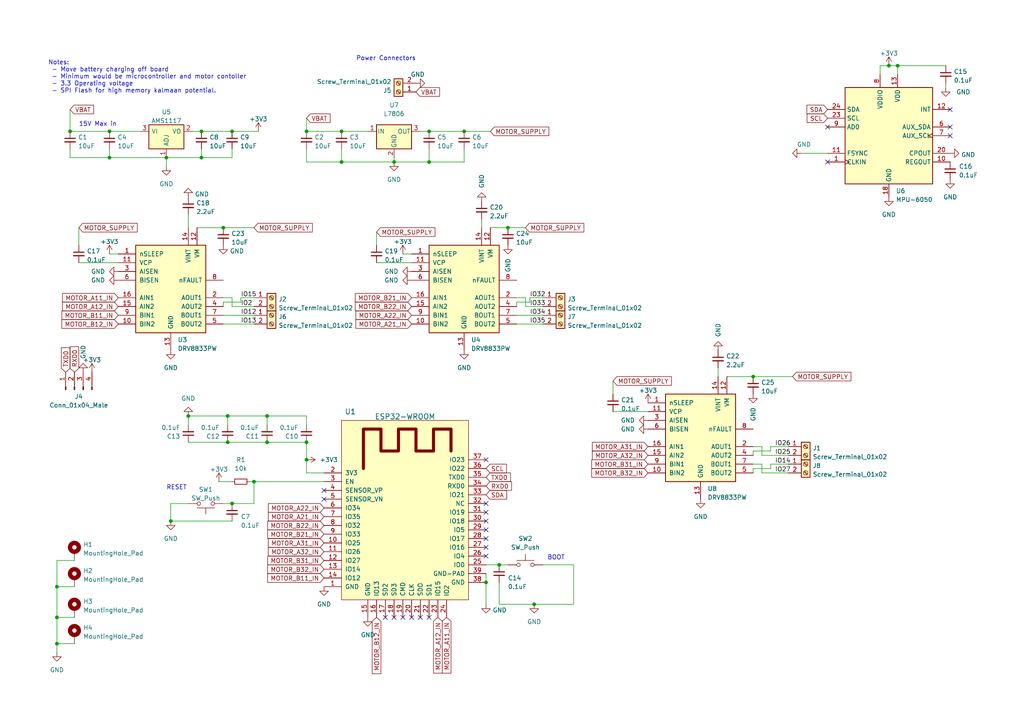
<source format=kicad_sch>
(kicad_sch (version 20211123) (generator eeschema)
  (paper "A4")
  (lib_symbols
    (symbol "Connector:Conn_01x04_Male" (pin_names (offset 1.016) hide)
      (property "Reference" "J" (at 0 5.08 0))
      (property "Value" "Conn_01x04_Male" (at 0 -7.62 0))
      (symbol "Conn_01x04_Male_1_1"
        (polyline (pts (xy 1.27 -5.08) (xy 0.8636 -5.08)) (stroke (width 0.1524)))
        (polyline (pts (xy 1.27 -2.54) (xy 0.8636 -2.54)) (stroke (width 0.1524)))
        (polyline (pts (xy 1.27 0) (xy 0.8636 0)) (stroke (width 0.1524)))
        (polyline (pts (xy 1.27 2.54) (xy 0.8636 2.54)) (stroke (width 0.1524)))
        (rectangle (start 0.8636 -4.953) (end 0 -5.207) (stroke (width 0.1524)) (fill (type outline)))
        (rectangle (start 0.8636 -2.413) (end 0 -2.667) (stroke (width 0.1524)) (fill (type outline)))
        (rectangle (start 0.8636 0.127) (end 0 -0.127) (stroke (width 0.1524)) (fill (type outline)))
        (rectangle (start 0.8636 2.667) (end 0 2.413) (stroke (width 0.1524)) (fill (type outline)))
        (pin passive line (at 5.08 2.54 180) (length 3.81) (name "Pin_1") (number "1"))
        (pin passive line (at 5.08 0 180) (length 3.81) (name "Pin_2") (number "2"))
        (pin passive line (at 5.08 -2.54 180) (length 3.81) (name "Pin_3") (number "3"))
        (pin passive line (at 5.08 -5.08 180) (length 3.81) (name "Pin_4") (number "4"))
      )
    )
    (symbol "Connector:Screw_Terminal_01x02" (pin_names (offset 1.016) hide)
      (property "Reference" "J" (at 0 2.54 0))
      (property "Value" "Screw_Terminal_01x02" (at 0 -5.08 0))
      (symbol "Screw_Terminal_01x02_1_1"
        (rectangle (start -1.27 1.27) (end 1.27 -3.81) (stroke (width 0.254)) (fill (type background)))
        (circle (center 0 -2.54) (radius 0.635) (stroke (width 0.1524)))
        (polyline (pts (xy -0.5334 -2.2098) (xy 0.3302 -3.048)) (stroke (width 0.1524)))
        (polyline (pts (xy -0.5334 0.3302) (xy 0.3302 -0.508)) (stroke (width 0.1524)))
        (polyline (pts (xy -0.3556 -2.032) (xy 0.508 -2.8702)) (stroke (width 0.1524)))
        (polyline (pts (xy -0.3556 0.508) (xy 0.508 -0.3302)) (stroke (width 0.1524)))
        (circle (center 0 0) (radius 0.635) (stroke (width 0.1524)))
        (pin passive line (at -5.08 0 0) (length 3.81) (name "Pin_1") (number "1"))
        (pin passive line (at -5.08 -2.54 0) (length 3.81) (name "Pin_2") (number "2"))
      )
    )
    (symbol "Device:C_Small" (pin_numbers hide) (pin_names (offset 0.254) hide)
      (property "Reference" "C" (at 0.254 1.778 0))
      (property "Value" "C_Small" (at 0.254 -2.032 0))
      (symbol "C_Small_0_1"
        (polyline (pts (xy -1.524 -0.508) (xy 1.524 -0.508)) (stroke (width 0.3302)))
        (polyline (pts (xy -1.524 0.508) (xy 1.524 0.508)) (stroke (width 0.3048)))
      )
      (symbol "C_Small_1_1"
        (pin passive line (at 0 2.54 270) (length 2.032) (name "~") (number "1"))
        (pin passive line (at 0 -2.54 90) (length 2.032) (name "~") (number "2"))
      )
    )
    (symbol "Device:R_Small" (pin_numbers hide) (pin_names (offset 0.254) hide)
      (property "Reference" "R" (at 0.762 0.508 0))
      (property "Value" "R_Small" (at 0.762 -1.016 0))
      (symbol "R_Small_0_1"
        (rectangle (start -0.762 1.778) (end 0.762 -1.778) (stroke (width 0.2032)))
      )
      (symbol "R_Small_1_1"
        (pin passive line (at 0 2.54 270) (length 0.762) (name "~") (number "1"))
        (pin passive line (at 0 -2.54 90) (length 0.762) (name "~") (number "2"))
      )
    )
    (symbol "Driver_Motor:DRV8833PW" (pin_names (offset 1.016))
      (property "Reference" "U" (at -3.81 16.51 0))
      (property "Value" "DRV8833PW" (at -3.81 13.97 0))
      (symbol "DRV8833PW_0_1"
        (rectangle (start -10.16 12.7) (end 10.16 -12.7) (stroke (width 0.254)) (fill (type background)))
      )
      (symbol "DRV8833PW_1_1"
        (pin input line (at -15.24 10.16 0) (length 5.08) (name "nSLEEP") (number "1"))
        (pin input line (at -15.24 -10.16 0) (length 5.08) (name "BIN2") (number "10"))
        (pin bidirectional line (at -15.24 7.62 0) (length 5.08) (name "VCP") (number "11"))
        (pin power_in line (at 7.62 17.78 270) (length 5.08) (name "VM") (number "12"))
        (pin power_in line (at 0 -17.78 90) (length 5.08) (name "GND") (number "13"))
        (pin power_in line (at 5.08 17.78 270) (length 5.08) (name "VINT") (number "14"))
        (pin input line (at -15.24 -5.08 0) (length 5.08) (name "AIN2") (number "15"))
        (pin input line (at -15.24 -2.54 0) (length 5.08) (name "AIN1") (number "16"))
        (pin power_out line (at 15.24 -2.54 180) (length 5.08) (name "AOUT1") (number "2"))
        (pin bidirectional line (at -15.24 5.08 0) (length 5.08) (name "AISEN") (number "3"))
        (pin power_out line (at 15.24 -5.08 180) (length 5.08) (name "AOUT2") (number "4"))
        (pin power_out line (at 15.24 -10.16 180) (length 5.08) (name "BOUT2") (number "5"))
        (pin bidirectional line (at -15.24 2.54 0) (length 5.08) (name "BISEN") (number "6"))
        (pin power_out line (at 15.24 -7.62 180) (length 5.08) (name "BOUT1") (number "7"))
        (pin open_collector line (at 15.24 2.54 180) (length 5.08) (name "nFAULT") (number "8"))
        (pin input line (at -15.24 -7.62 0) (length 5.08) (name "BIN1") (number "9"))
      )
    )
    (symbol "ESP32-footprints-Shem-Lib:ESP32-WROOM" (pin_names (offset 1.016))
      (property "Reference" "U" (at -17.78 31.75 0))
      (property "Value" "ESP32-WROOM" (at 12.7 31.75 0))
      (symbol "ESP32-WROOM_0_1"
        (rectangle (start -19.05 30.48) (end 17.78 -21.59) (fill (type background)))
        (polyline (pts (xy -12.7 16.51) (xy -12.7 27.94) (xy -7.62 27.94) (xy -7.62 21.59) (xy -2.54 21.59) (xy -2.54 27.94) (xy 2.54 27.94) (xy 2.54 21.59) (xy 7.62 21.59) (xy 7.62 27.94) (xy 12.7 27.94) (xy 12.7 21.59)) (stroke (width 0.889)))
      )
      (symbol "ESP32-WROOM_1_1"
        (pin input line (at -24.13 -17.78 0) (length 5.08) (name "GND") (number "1"))
        (pin input line (at -24.13 -5.08 0) (length 5.08) (name "IO25") (number "10"))
        (pin input line (at -24.13 -7.62 0) (length 5.08) (name "IO26") (number "11"))
        (pin input line (at -24.13 -10.16 0) (length 5.08) (name "IO27") (number "12"))
        (pin input line (at -24.13 -12.7 0) (length 5.08) (name "IO14") (number "13"))
        (pin input line (at -24.13 -15.24 0) (length 5.08) (name "IO12") (number "14"))
        (pin input line (at -11.43 -26.67 90) (length 5.08) (name "GND") (number "15"))
        (pin input line (at -8.89 -26.67 90) (length 5.08) (name "IO13") (number "16"))
        (pin input line (at -6.35 -26.67 90) (length 5.08) (name "SD2") (number "17"))
        (pin input line (at -3.81 -26.67 90) (length 5.08) (name "SD3") (number "18"))
        (pin input line (at -1.27 -26.67 90) (length 5.08) (name "CMD") (number "19"))
        (pin input line (at -24.13 15.24 0) (length 5.08) (name "3V3") (number "2"))
        (pin input line (at 1.27 -26.67 90) (length 5.08) (name "CLK") (number "20"))
        (pin input line (at 3.81 -26.67 90) (length 5.08) (name "SDO") (number "21"))
        (pin input line (at 6.35 -26.67 90) (length 5.08) (name "SD1") (number "22"))
        (pin input line (at 8.89 -26.67 90) (length 5.08) (name "IO15") (number "23"))
        (pin input line (at 11.43 -26.67 90) (length 5.08) (name "IO2") (number "24"))
        (pin input line (at 22.86 -11.43 180) (length 5.08) (name "IO0") (number "25"))
        (pin input line (at 22.86 -8.89 180) (length 5.08) (name "IO4") (number "26"))
        (pin input line (at 22.86 -6.35 180) (length 5.08) (name "IO16") (number "27"))
        (pin input line (at 22.86 -3.81 180) (length 5.08) (name "IO17") (number "28"))
        (pin input line (at 22.86 -1.27 180) (length 5.08) (name "IO5") (number "29"))
        (pin input line (at -24.13 12.7 0) (length 5.08) (name "EN") (number "3"))
        (pin input line (at 22.86 1.27 180) (length 5.08) (name "IO18") (number "30"))
        (pin input line (at 22.86 3.81 180) (length 5.08) (name "IO19") (number "31"))
        (pin input line (at 22.86 6.35 180) (length 5.08) (name "NC") (number "32"))
        (pin input line (at 22.86 8.89 180) (length 5.08) (name "IO21") (number "33"))
        (pin input line (at 22.86 11.43 180) (length 5.08) (name "RXD0") (number "34"))
        (pin input line (at 22.86 13.97 180) (length 5.08) (name "TXD0") (number "35"))
        (pin input line (at 22.86 16.51 180) (length 5.08) (name "IO22") (number "36"))
        (pin input line (at 22.86 19.05 180) (length 5.08) (name "IO23") (number "37"))
        (pin input line (at 22.86 -16.51 180) (length 5.08) (name "GND") (number "38"))
        (pin input line (at 22.86 -13.97 180) (length 5.08) (name "GND-PAD") (number "39"))
        (pin input line (at -24.13 10.16 0) (length 5.08) (name "SENSOR_VP") (number "4"))
        (pin input line (at -24.13 7.62 0) (length 5.08) (name "SENSOR_VN") (number "5"))
        (pin input line (at -24.13 5.08 0) (length 5.08) (name "IO34") (number "6"))
        (pin input line (at -24.13 2.54 0) (length 5.08) (name "IO35") (number "7"))
        (pin input line (at -24.13 0 0) (length 5.08) (name "IO32") (number "8"))
        (pin input line (at -24.13 -2.54 0) (length 5.08) (name "IO33") (number "9"))
      )
    )
    (symbol "Mechanical:MountingHole_Pad" (pin_numbers hide) (pin_names (offset 1.016) hide)
      (property "Reference" "H" (at 0 6.35 0))
      (property "Value" "MountingHole_Pad" (at 0 4.445 0))
      (symbol "MountingHole_Pad_0_1"
        (circle (center 0 1.27) (radius 1.27) (stroke (width 1.27)))
      )
      (symbol "MountingHole_Pad_1_1"
        (pin input line (at 0 -2.54 90) (length 2.54) (name "1") (number "1"))
      )
    )
    (symbol "Regulator_Linear:AMS1117" (pin_names (offset 0.762))
      (property "Reference" "U" (at -3.81 3.175 0))
      (property "Value" "AMS1117" (at 0 3.175 0))
      (symbol "AMS1117_0_1"
        (rectangle (start -5.08 -5.08) (end 5.08 1.905) (stroke (width 0.254)) (fill (type background)))
      )
      (symbol "AMS1117_1_1"
        (pin input line (at 0 -7.62 90) (length 2.54) (name "ADJ") (number "1"))
        (pin power_out line (at 7.62 0 180) (length 2.54) (name "VO") (number "2"))
        (pin power_in line (at -7.62 0 0) (length 2.54) (name "VI") (number "3"))
      )
    )
    (symbol "Regulator_Linear:L7806" (pin_names (offset 0.254))
      (property "Reference" "U" (at -3.81 3.175 0))
      (property "Value" "L7806" (at 0 3.175 0))
      (symbol "L7806_0_1"
        (rectangle (start -5.08 1.905) (end 5.08 -5.08) (stroke (width 0.254)) (fill (type background)))
      )
      (symbol "L7806_1_1"
        (pin power_in line (at -7.62 0 0) (length 2.54) (name "IN") (number "1"))
        (pin power_in line (at 0 -7.62 90) (length 2.54) (name "GND") (number "2"))
        (pin power_out line (at 7.62 0 180) (length 2.54) (name "OUT") (number "3"))
      )
    )
    (symbol "Sensor_Motion:MPU-6050"
      (property "Reference" "U" (at -11.43 13.97 0))
      (property "Value" "MPU-6050" (at 7.62 -15.24 0))
      (symbol "MPU-6050_0_0"
        (text "" (at 12.7 -2.54 0) (effects (font (size 1.27 1.27))))
      )
      (symbol "MPU-6050_0_1"
        (rectangle (start -12.7 13.97) (end 12.7 -13.97) (stroke (width 0.254)) (fill (type background)))
      )
      (symbol "MPU-6050_1_1"
        (pin input clock (at -17.78 -7.62 0) (length 5.08) (name "CLKIN") (number "1"))
        (pin passive line (at 17.78 -7.62 180) (length 5.08) (name "REGOUT") (number "10"))
        (pin input line (at -17.78 -5.08 0) (length 5.08) (name "FSYNC") (number "11"))
        (pin output line (at 17.78 7.62 180) (length 5.08) (name "INT") (number "12"))
        (pin power_in line (at 2.54 17.78 270) (length 3.81) (name "VDD") (number "13"))
        (pin no_connect line (at -12.7 -10.16 0) (length 2.54) hide (name "NC") (number "14"))
        (pin no_connect line (at 12.7 12.7 180) (length 2.54) hide (name "NC") (number "15"))
        (pin no_connect line (at 12.7 10.16 180) (length 2.54) hide (name "NC") (number "16"))
        (pin no_connect line (at 12.7 5.08 180) (length 2.54) hide (name "NC") (number "17"))
        (pin power_in line (at 0 -17.78 90) (length 3.81) (name "GND") (number "18"))
        (pin no_connect line (at 12.7 -10.16 180) (length 2.54) hide (name "NC") (number "19"))
        (pin no_connect line (at -12.7 12.7 0) (length 2.54) hide (name "NC") (number "2"))
        (pin passive line (at 17.78 -5.08 180) (length 5.08) (name "CPOUT") (number "20"))
        (pin no_connect line (at 12.7 -2.54 180) (length 2.54) hide (name "NC") (number "21"))
        (pin no_connect line (at 12.7 -12.7 180) (length 2.54) hide (name "NC") (number "22"))
        (pin input line (at -17.78 5.08 0) (length 5.08) (name "SCL") (number "23"))
        (pin bidirectional line (at -17.78 7.62 0) (length 5.08) (name "SDA") (number "24"))
        (pin no_connect line (at -12.7 10.16 0) (length 2.54) hide (name "NC") (number "3"))
        (pin no_connect line (at -12.7 0 0) (length 2.54) hide (name "NC") (number "4"))
        (pin no_connect line (at -12.7 -2.54 0) (length 2.54) hide (name "NC") (number "5"))
        (pin bidirectional line (at 17.78 2.54 180) (length 5.08) (name "AUX_SDA") (number "6"))
        (pin output clock (at 17.78 0 180) (length 5.08) (name "AUX_SCL") (number "7"))
        (pin power_in line (at -2.54 17.78 270) (length 3.81) (name "VDDIO") (number "8"))
        (pin input line (at -17.78 2.54 0) (length 5.08) (name "AD0") (number "9"))
      )
    )
    (symbol "Switch:SW_Push" (pin_numbers hide) (pin_names (offset 1.016) hide)
      (property "Reference" "SW" (at 1.27 2.54 0))
      (property "Value" "SW_Push" (at 0 -1.524 0))
      (symbol "SW_Push_0_1"
        (circle (center -2.032 0) (radius 0.508))
        (polyline (pts (xy 0 1.27) (xy 0 3.048)))
        (polyline (pts (xy 2.54 1.27) (xy -2.54 1.27)))
        (circle (center 2.032 0) (radius 0.508))
        (pin passive line (at -5.08 0 0) (length 2.54) (name "1") (number "1"))
        (pin passive line (at 5.08 0 180) (length 2.54) (name "2") (number "2"))
      )
    )
    (symbol "power:+3V3" (power) (pin_names (offset 0))
      (property "Value" "+3V3" (at 0 3.556 0))
      (symbol "+3V3_0_1"
        (polyline (pts (xy -0.762 1.27) (xy 0 2.54)))
        (polyline (pts (xy 0 0) (xy 0 2.54)))
        (polyline (pts (xy 0 2.54) (xy 0.762 1.27)))
      )
      (symbol "+3V3_1_1"
        (pin power_in line (at 0 0 90) (length 0) hide (name "+3V3") (number "1"))
      )
    )
    (symbol "power:GND" (power) (pin_names (offset 0))
      (property "Value" "GND" (at 0 -3.81 0))
      (symbol "GND_0_1"
        (polyline (pts (xy 0 0) (xy 0 -1.27) (xy 1.27 -1.27) (xy 0 -2.54) (xy -1.27 -1.27) (xy 0 -1.27)))
      )
      (symbol "GND_1_1"
        (pin power_in line (at 0 0 270) (length 0) hide (name "GND") (number "1"))
      )
    )
  )
  (junction (at 67.31 146.05))
  (junction (at 88.9 128.27))
  (junction (at 99.06 38.1))
  (junction (at 140.97 168.91))
  (junction (at 114.3 46.99))
  (junction (at 66.04 120.65))
  (junction (at 77.47 120.65))
  (junction (at 88.9 133.35))
  (junction (at 64.77 66.04))
  (junction (at 31.75 45.72))
  (junction (at 260.35 19.05))
  (junction (at 154.94 175.26))
  (junction (at 16.51 170.18))
  (junction (at 31.75 38.1))
  (junction (at 124.46 46.99))
  (junction (at 16.51 186.69))
  (junction (at 257.81 19.05))
  (junction (at 73.66 139.7))
  (junction (at 147.32 66.04))
  (junction (at 77.47 128.27))
  (junction (at 218.44 109.22))
  (junction (at 48.26 45.72))
  (junction (at 16.51 179.07))
  (junction (at 124.46 38.1))
  (junction (at 99.06 46.99))
  (junction (at 144.78 163.83))
  (junction (at 20.32 38.1))
  (junction (at 49.53 151.13))
  (junction (at 66.04 128.27))
  (junction (at 58.42 38.1))
  (junction (at 67.31 38.1))
  (junction (at 54.61 120.65))
  (junction (at 58.42 45.72))
  (junction (at 88.9 38.1))
  (junction (at 134.62 38.1))
  (no_connect (at 119.38 179.07))
  (no_connect (at 124.46 179.07))
  (no_connect (at 121.92 179.07))
  (no_connect (at 140.97 153.67))
  (no_connect (at 140.97 156.21))
  (no_connect (at 140.97 158.75))
  (no_connect (at 140.97 161.29))
  (no_connect (at 140.97 148.59))
  (no_connect (at 140.97 146.05))
  (no_connect (at 140.97 151.13))
  (no_connect (at 275.59 31.75))
  (no_connect (at 275.59 36.83))
  (no_connect (at 240.03 36.83))
  (no_connect (at 240.03 46.99))
  (no_connect (at 275.59 39.37))
  (no_connect (at 140.97 133.35))
  (no_connect (at 93.98 144.78))
  (no_connect (at 93.98 142.24))
  (no_connect (at 111.76 179.07))
  (no_connect (at 116.84 179.07))
  (no_connect (at 114.3 179.07))
  (wire (pts (xy 88.9 128.27) (xy 77.47 128.27)))
  (wire (pts (xy 124.46 38.1) (xy 134.62 38.1)))
  (wire (pts (xy 67.31 45.72) (xy 67.31 43.18)))
  (wire (pts (xy 134.62 43.18) (xy 134.62 46.99)))
  (wire (pts (xy 114.3 45.72) (xy 114.3 46.99)))
  (wire (pts (xy 166.37 175.26) (xy 154.94 175.26)))
  (wire (pts (xy 144.78 168.91) (xy 144.78 175.26)))
  (wire (pts (xy 69.85 86.36) (xy 73.66 86.36)))
  (wire (pts (xy 220.98 132.08) (xy 228.6 132.08)))
  (wire (pts (xy 157.48 93.98) (xy 149.86 93.98)))
  (wire (pts (xy 99.06 38.1) (xy 106.68 38.1)))
  (wire (pts (xy 58.42 45.72) (xy 67.31 45.72)))
  (wire (pts (xy 58.42 38.1) (xy 67.31 38.1)))
  (wire (pts (xy 134.62 46.99) (xy 124.46 46.99)))
  (wire (pts (xy 48.26 45.72) (xy 48.26 48.26)))
  (wire (pts (xy 149.86 86.36) (xy 152.4 86.36)))
  (wire (pts (xy 218.44 109.22) (xy 210.82 109.22)))
  (wire (pts (xy 255.27 19.05) (xy 255.27 21.59)))
  (wire (pts (xy 58.42 43.18) (xy 58.42 45.72)))
  (wire (pts (xy 67.31 146.05) (xy 73.66 146.05)))
  (wire (pts (xy 229.87 109.22) (xy 218.44 109.22)))
  (wire (pts (xy 257.81 19.05) (xy 255.27 19.05)))
  (wire (pts (xy 228.6 134.62) (xy 223.52 134.62)))
  (wire (pts (xy 153.67 86.36) (xy 153.67 87.63)))
  (wire (pts (xy 21.59 186.69) (xy 16.51 186.69)))
  (wire (pts (xy 157.48 163.83) (xy 166.37 163.83)))
  (wire (pts (xy 114.3 46.99) (xy 124.46 46.99)))
  (wire (pts (xy 67.31 38.1) (xy 74.93 38.1)))
  (wire (pts (xy 49.53 146.05) (xy 54.61 146.05)))
  (wire (pts (xy 77.47 128.27) (xy 66.04 128.27)))
  (wire (pts (xy 73.66 146.05) (xy 73.66 139.7)))
  (wire (pts (xy 31.75 45.72) (xy 48.26 45.72)))
  (wire (pts (xy 77.47 123.19) (xy 77.47 120.65)))
  (wire (pts (xy 220.98 137.16) (xy 228.6 137.16)))
  (wire (pts (xy 177.8 110.49) (xy 177.8 114.3)))
  (wire (pts (xy 55.88 38.1) (xy 58.42 38.1)))
  (wire (pts (xy 20.32 38.1) (xy 31.75 38.1)))
  (wire (pts (xy 149.86 87.63) (xy 153.67 87.63)))
  (wire (pts (xy 116.84 73.66) (xy 119.38 73.66)))
  (wire (pts (xy 218.44 130.81) (xy 223.52 130.81)))
  (wire (pts (xy 21.59 170.18) (xy 16.51 170.18)))
  (wire (pts (xy 21.59 179.07) (xy 16.51 179.07)))
  (wire (pts (xy 223.52 134.62) (xy 223.52 135.89)))
  (wire (pts (xy 218.44 129.54) (xy 220.98 129.54)))
  (wire (pts (xy 31.75 43.18) (xy 31.75 45.72)))
  (wire (pts (xy 77.47 120.65) (xy 66.04 120.65)))
  (wire (pts (xy 157.48 91.44) (xy 149.86 91.44)))
  (wire (pts (xy 274.32 24.13) (xy 274.32 25.4)))
  (wire (pts (xy 208.28 106.68) (xy 208.28 109.22)))
  (wire (pts (xy 16.51 179.07) (xy 16.51 186.69)))
  (wire (pts (xy 22.86 76.2) (xy 34.29 76.2)))
  (wire (pts (xy 64.77 87.63) (xy 69.85 87.63)))
  (wire (pts (xy 109.22 67.31) (xy 109.22 71.12)))
  (wire (pts (xy 99.06 46.99) (xy 99.06 43.18)))
  (wire (pts (xy 64.77 88.9) (xy 64.77 87.63)))
  (wire (pts (xy 144.78 163.83) (xy 140.97 163.83)))
  (wire (pts (xy 66.04 120.65) (xy 54.61 120.65)))
  (wire (pts (xy 88.9 137.16) (xy 93.98 137.16)))
  (wire (pts (xy 64.77 86.36) (xy 67.31 86.36)))
  (wire (pts (xy 218.44 132.08) (xy 218.44 130.81)))
  (wire (pts (xy 218.44 137.16) (xy 218.44 135.89)))
  (wire (pts (xy 16.51 162.56) (xy 16.51 170.18)))
  (wire (pts (xy 109.22 76.2) (xy 119.38 76.2)))
  (wire (pts (xy 223.52 129.54) (xy 223.52 130.81)))
  (wire (pts (xy 73.66 66.04) (xy 64.77 66.04)))
  (wire (pts (xy 157.48 86.36) (xy 153.67 86.36)))
  (wire (pts (xy 260.35 19.05) (xy 260.35 21.59)))
  (wire (pts (xy 147.32 66.04) (xy 142.24 66.04)))
  (wire (pts (xy 88.9 46.99) (xy 99.06 46.99)))
  (wire (pts (xy 31.75 73.66) (xy 34.29 73.66)))
  (wire (pts (xy 88.9 120.65) (xy 77.47 120.65)))
  (wire (pts (xy 88.9 133.35) (xy 88.9 137.16)))
  (wire (pts (xy 20.32 45.72) (xy 31.75 45.72)))
  (wire (pts (xy 64.77 93.98) (xy 73.66 93.98)))
  (wire (pts (xy 134.62 38.1) (xy 142.24 38.1)))
  (wire (pts (xy 16.51 186.69) (xy 16.51 189.23)))
  (wire (pts (xy 54.61 123.19) (xy 54.61 120.65)))
  (wire (pts (xy 140.97 175.26) (xy 140.97 168.91)))
  (wire (pts (xy 152.4 66.04) (xy 147.32 66.04)))
  (wire (pts (xy 257.81 19.05) (xy 260.35 19.05)))
  (wire (pts (xy 218.44 134.62) (xy 220.98 134.62)))
  (wire (pts (xy 88.9 38.1) (xy 99.06 38.1)))
  (wire (pts (xy 139.7 63.5) (xy 139.7 66.04)))
  (wire (pts (xy 88.9 34.29) (xy 88.9 38.1)))
  (wire (pts (xy 144.78 175.26) (xy 154.94 175.26)))
  (wire (pts (xy 31.75 38.1) (xy 40.64 38.1)))
  (wire (pts (xy 49.53 151.13) (xy 67.31 151.13)))
  (wire (pts (xy 88.9 46.99) (xy 88.9 43.18)))
  (wire (pts (xy 218.44 135.89) (xy 223.52 135.89)))
  (wire (pts (xy 67.31 88.9) (xy 73.66 88.9)))
  (wire (pts (xy 21.59 162.56) (xy 16.51 162.56)))
  (wire (pts (xy 63.5 139.7) (xy 67.31 139.7)))
  (wire (pts (xy 152.4 86.36) (xy 152.4 88.9)))
  (wire (pts (xy 260.35 19.05) (xy 274.32 19.05)))
  (wire (pts (xy 64.77 66.04) (xy 57.15 66.04)))
  (wire (pts (xy 20.32 43.18) (xy 20.32 45.72)))
  (wire (pts (xy 72.39 139.7) (xy 73.66 139.7)))
  (wire (pts (xy 64.77 91.44) (xy 73.66 91.44)))
  (wire (pts (xy 20.32 31.75) (xy 20.32 38.1)))
  (wire (pts (xy 147.32 163.83) (xy 144.78 163.83)))
  (wire (pts (xy 99.06 46.99) (xy 114.3 46.99)))
  (wire (pts (xy 124.46 46.99) (xy 124.46 43.18)))
  (wire (pts (xy 48.26 45.72) (xy 58.42 45.72)))
  (wire (pts (xy 140.97 166.37) (xy 140.97 168.91)))
  (wire (pts (xy 220.98 129.54) (xy 220.98 132.08)))
  (wire (pts (xy 177.8 119.38) (xy 187.96 119.38)))
  (wire (pts (xy 22.86 66.04) (xy 22.86 71.12)))
  (wire (pts (xy 66.04 128.27) (xy 54.61 128.27)))
  (wire (pts (xy 149.86 88.9) (xy 149.86 87.63)))
  (wire (pts (xy 152.4 88.9) (xy 157.48 88.9)))
  (wire (pts (xy 220.98 134.62) (xy 220.98 137.16)))
  (wire (pts (xy 166.37 163.83) (xy 166.37 175.26)))
  (wire (pts (xy 54.61 62.23) (xy 54.61 66.04)))
  (wire (pts (xy 49.53 146.05) (xy 49.53 151.13)))
  (wire (pts (xy 88.9 128.27) (xy 88.9 133.35)))
  (wire (pts (xy 232.41 44.45) (xy 240.03 44.45)))
  (wire (pts (xy 16.51 170.18) (xy 16.51 179.07)))
  (wire (pts (xy 121.92 38.1) (xy 124.46 38.1)))
  (wire (pts (xy 228.6 129.54) (xy 223.52 129.54)))
  (wire (pts (xy 73.66 139.7) (xy 93.98 139.7)))
  (wire (pts (xy 67.31 86.36) (xy 67.31 88.9)))
  (wire (pts (xy 66.04 123.19) (xy 66.04 120.65)))
  (wire (pts (xy 69.85 87.63) (xy 69.85 86.36)))
  (wire (pts (xy 64.77 146.05) (xy 67.31 146.05)))
  (wire (pts (xy 88.9 123.19) (xy 88.9 120.65)))
  (text "Notes: \n - Move battery charging off board\n - Minimum would be microcontroller and motor contoller\n - 3.3 Operating voltage\n - SPI Flash for high memory kalmaan potential. \n\n" (at 13.97 29.21 0) (effects (font (size 1.27 1.27)) (justify left bottom)))
  (text "RESET\n" (at 48.26 142.24 0) (effects (font (size 1.27 1.27)) (justify left bottom)))
  (text "15V Max in\n" (at 22.86 36.83 0) (effects (font (size 1.27 1.27)) (justify left bottom)))
  (text "Power Connectors\n" (at 120.65 17.78 180) (effects (font (size 1.27 1.27)) (justify right bottom)))
  (text "BOOT" (at 158.75 162.56 0) (effects (font (size 1.27 1.27)) (justify left bottom)))
  (label "IO27" (at 224.79 137.16 0))
  (label "IO15" (at 69.85 86.36 0))
  (label "IO13" (at 69.85 93.98 0))
  (label "IO14" (at 224.79 134.62 0))
  (label "IO12" (at 69.85 91.44 0))
  (label "IO33" (at 153.67 88.9 0))
  (label "IO32" (at 153.67 86.36 0))
  (label "IO26" (at 224.79 129.54 0))
  (label "IO25" (at 224.79 132.08 0))
  (label "IO35" (at 153.67 93.98 0))
  (label "IO2" (at 69.85 88.9 0))
  (label "IO34" (at 153.67 91.44 0))
  (global_label "MOTOR_B11_IN" (shape input) (at 93.98 167.64 180) (property "Intersheet References" "${INTERSHEET_REFS}" (effects hide)))
  (global_label "SDA" (shape input) (at 140.97 143.51 0) (property "Intersheet References" "${INTERSHEET_REFS}" (effects hide)))
  (global_label "MOTOR_SUPPLY" (shape input) (at 109.22 67.31 0) (property "Intersheet References" "${INTERSHEET_REFS}" (effects hide)))
  (global_label "MOTOR_A11_IN" (shape input) (at 34.29 86.36 180) (property "Intersheet References" "${INTERSHEET_REFS}" (effects hide)))
  (global_label "MOTOR_A12_IN" (shape input) (at 127 179.07 270) (property "Intersheet References" "${INTERSHEET_REFS}" (effects hide)))
  (global_label "MOTOR_A11_IN" (shape input) (at 129.54 179.07 270) (property "Intersheet References" "${INTERSHEET_REFS}" (effects hide)))
  (global_label "MOTOR_SUPPLY" (shape input) (at 152.4 66.04 0) (property "Intersheet References" "${INTERSHEET_REFS}" (effects hide)))
  (global_label "MOTOR_B32_IN" (shape input) (at 93.98 165.1 180) (property "Intersheet References" "${INTERSHEET_REFS}" (effects hide)))
  (global_label "MOTOR_A32_IN" (shape input) (at 93.98 160.02 180) (property "Intersheet References" "${INTERSHEET_REFS}" (effects hide)))
  (global_label "SCL" (shape input) (at 140.97 135.89 0) (property "Intersheet References" "${INTERSHEET_REFS}" (effects hide)))
  (global_label "MOTOR_A31_IN" (shape input) (at 93.98 157.48 180) (property "Intersheet References" "${INTERSHEET_REFS}" (effects hide)))
  (global_label "MOTOR_A31_IN" (shape input) (at 187.96 129.54 180) (property "Intersheet References" "${INTERSHEET_REFS}" (effects hide)))
  (global_label "MOTOR_B32_IN" (shape input) (at 187.96 137.16 180) (property "Intersheet References" "${INTERSHEET_REFS}" (effects hide)))
  (global_label "MOTOR_SUPPLY" (shape input) (at 177.8 110.49 0) (property "Intersheet References" "${INTERSHEET_REFS}" (effects hide)))
  (global_label "SCL" (shape input) (at 240.03 34.29 180) (property "Intersheet References" "${INTERSHEET_REFS}" (effects hide)))
  (global_label "MOTOR_SUPPLY" (shape input) (at 229.87 109.22 0) (property "Intersheet References" "${INTERSHEET_REFS}" (effects hide)))
  (global_label "MOTOR_B22_IN" (shape input) (at 119.38 88.9 180) (property "Intersheet References" "${INTERSHEET_REFS}" (effects hide)))
  (global_label "TXD0" (shape input) (at 140.97 138.43 0) (property "Intersheet References" "${INTERSHEET_REFS}" (effects hide)))
  (global_label "MOTOR_SUPPLY" (shape input) (at 142.24 38.1 0) (property "Intersheet References" "${INTERSHEET_REFS}" (effects hide)))
  (global_label "MOTOR_A22_IN" (shape input) (at 119.38 91.44 180) (property "Intersheet References" "${INTERSHEET_REFS}" (effects hide)))
  (global_label "MOTOR_B12_IN" (shape input) (at 34.29 93.98 180) (property "Intersheet References" "${INTERSHEET_REFS}" (effects hide)))
  (global_label "MOTOR_B21_IN" (shape input) (at 119.38 86.36 180) (property "Intersheet References" "${INTERSHEET_REFS}" (effects hide)))
  (global_label "MOTOR_A21_IN" (shape input) (at 119.38 93.98 180) (property "Intersheet References" "${INTERSHEET_REFS}" (effects hide)))
  (global_label "VBAT" (shape input) (at 120.65 26.67 0) (property "Intersheet References" "${INTERSHEET_REFS}" (effects hide)))
  (global_label "MOTOR_A21_IN" (shape input) (at 93.98 149.86 180) (property "Intersheet References" "${INTERSHEET_REFS}" (effects hide)))
  (global_label "MOTOR_B12_IN" (shape input) (at 109.22 179.07 270) (property "Intersheet References" "${INTERSHEET_REFS}" (effects hide)))
  (global_label "MOTOR_B31_IN" (shape input) (at 93.98 162.56 180) (property "Intersheet References" "${INTERSHEET_REFS}" (effects hide)))
  (global_label "MOTOR_A12_IN" (shape input) (at 34.29 88.9 180) (property "Intersheet References" "${INTERSHEET_REFS}" (effects hide)))
  (global_label "RXD0" (shape input) (at 140.97 140.97 0) (property "Intersheet References" "${INTERSHEET_REFS}" (effects hide)))
  (global_label "SDA" (shape input) (at 240.03 31.75 180) (property "Intersheet References" "${INTERSHEET_REFS}" (effects hide)))
  (global_label "MOTOR_B11_IN" (shape input) (at 34.29 91.44 180) (property "Intersheet References" "${INTERSHEET_REFS}" (effects hide)))
  (global_label "MOTOR_B21_IN" (shape input) (at 93.98 154.94 180) (property "Intersheet References" "${INTERSHEET_REFS}" (effects hide)))
  (global_label "MOTOR_B31_IN" (shape input) (at 187.96 134.62 180) (property "Intersheet References" "${INTERSHEET_REFS}" (effects hide)))
  (global_label "MOTOR_SUPPLY" (shape input) (at 73.66 66.04 0) (property "Intersheet References" "${INTERSHEET_REFS}" (effects hide)))
  (global_label "MOTOR_B22_IN" (shape input) (at 93.98 152.4 180) (property "Intersheet References" "${INTERSHEET_REFS}" (effects hide)))
  (global_label "MOTOR_SUPPLY" (shape input) (at 22.86 66.04 0) (property "Intersheet References" "${INTERSHEET_REFS}" (effects hide)))
  (global_label "MOTOR_A32_IN" (shape input) (at 187.96 132.08 180) (property "Intersheet References" "${INTERSHEET_REFS}" (effects hide)))
  (global_label "RXD0" (shape input) (at 21.59 107.95 90) (property "Intersheet References" "${INTERSHEET_REFS}" (effects hide)))
  (global_label "VBAT" (shape input) (at 20.32 31.75 0) (property "Intersheet References" "${INTERSHEET_REFS}" (effects hide)))
  (global_label "MOTOR_A22_IN" (shape input) (at 93.98 147.32 180) (property "Intersheet References" "${INTERSHEET_REFS}" (effects hide)))
  (global_label "TXD0" (shape input) (at 19.05 107.95 90) (property "Intersheet References" "${INTERSHEET_REFS}" (effects hide)))
  (global_label "VBAT" (shape input) (at 88.9 34.29 0) (property "Intersheet References" "${INTERSHEET_REFS}" (effects hide)))
  (symbol (lib_id "Device:C_Small") (at 64.77 68.58 0) (unit 1)
    (property "Reference" "C23" (at 67.0941 67.7516 0) (effects (justify left)))
    (property "Value" "10uF" (at 67.0941 70.2885 0) (effects (justify left)))
    (property "Footprint" "Capacitor_SMD:C_0603_1608Metric" (effects hide))
  )
  (symbol (lib_id "Regulator_Linear:L7806") (at 114.3 38.1 0) (unit 1)
    (property "Reference" "U7" (at 114.3 30.48 0))
    (property "Value" "L7806" (at 114.3 33.02 0))
    (property "Footprint" "Package_TO_SOT_SMD:TO-252-3_TabPin2" (effects hide))
    (property "Datasheet" "http://www.st.com/content/ccc/resource/technical/document/datasheet/41/4f/b3/b0/12/d4/47/88/CD00000444.pdf/files/CD00000444.pdf/jcr:content/translations/en.CD00000444.pdf" (effects hide))
  )
  (symbol (lib_id "power:GND") (at 64.77 71.12 0) (unit 1)
    (property "Reference" "#PWR0104" (effects hide))
    (property "Value" "GND" (at 66.675 72.8238 0) (effects (justify left)))
  )
  (symbol (lib_id "power:GND") (at 93.98 170.18 0) (unit 1)
    (property "Reference" "#PWR0113" (effects hide))
    (property "Value" "GND" (at 93.98 175.26 0))
  )
  (symbol (lib_id "Switch:SW_Push") (at 59.69 146.05 180) (unit 1)
    (property "Reference" "SW1" (at 59.69 141.9692 0))
    (property "Value" "SW_Push" (at 59.69 144.5061 0))
    (property "Footprint" "Button_Switch_SMD:SW_SPST_EVPBF" (effects hide))
  )
  (symbol (lib_id "power:GND") (at 208.28 101.6 180) (unit 1)
    (property "Reference" "#PWR0138" (effects hide))
    (property "Value" "GND" (at 208.28 97.79 90) (effects (justify right)))
  )
  (symbol (lib_id "power:GND") (at 147.32 71.12 0) (unit 1)
    (property "Reference" "#PWR0116" (effects hide))
    (property "Value" "GND" (at 147.32 74.93 90) (effects (justify right)))
  )
  (symbol (lib_id "Sensor_Motion:MPU-6050") (at 257.81 39.37 0) (unit 1)
    (property "Reference" "U6" (at 259.8294 55.3704 0) (effects (justify left)))
    (property "Value" "MPU-6050" (at 259.8294 57.9073 0) (effects (justify left)))
    (property "Footprint" "Sensor_Motion:InvenSense_QFN-24_4x4mm_P0.5mm" (effects hide))
    (property "Datasheet" "https://store.invensense.com/datasheets/invensense/MPU-6050_DataSheet_V3%204.pdf" (effects hide))
  )
  (symbol (lib_id "Device:C_Small") (at 58.42 40.64 0) (unit 1)
    (property "Reference" "C8" (at 60.7441 39.8116 0) (effects (justify left)))
    (property "Value" "10uF" (at 60.7441 42.3485 0) (effects (justify left)))
    (property "Footprint" "Capacitor_SMD:C_0603_1608Metric" (effects hide))
  )
  (symbol (lib_id "power:+3V3") (at 257.81 19.05 0) (unit 1)
    (property "Reference" "#PWR0122" (effects hide))
    (property "Value" "+3V3" (at 257.81 15.4742 0))
  )
  (symbol (lib_id "power:GND") (at 218.44 114.3 0) (unit 1)
    (property "Reference" "#PWR0139" (effects hide))
    (property "Value" "GND" (at 218.44 118.11 90) (effects (justify right)))
  )
  (symbol (lib_id "power:GND") (at 140.97 175.26 0) (unit 1)
    (property "Reference" "#PWR0115" (effects hide))
    (property "Value" "GND" (at 142.875 176.9638 0) (effects (justify left)))
  )
  (symbol (lib_id "power:GND") (at 54.61 57.15 180) (unit 1)
    (property "Reference" "#PWR0101" (effects hide))
    (property "Value" "GND" (at 56.515 56.3138 0) (effects (justify right)))
  )
  (symbol (lib_id "Device:C_Small") (at 275.59 49.53 0) (unit 1)
    (property "Reference" "C16" (at 278.13 48.2662 0) (effects (justify left)))
    (property "Value" "0.1uF" (at 278.13 50.8062 0) (effects (justify left)))
    (property "Footprint" "Capacitor_SMD:C_0603_1608Metric" (effects hide))
  )
  (symbol (lib_id "Regulator_Linear:AMS1117") (at 48.26 38.1 0) (unit 1)
    (property "Reference" "U5" (at 48.26 32.4952 0))
    (property "Value" "AMS1117" (at 48.26 35.0321 0))
    (property "Footprint" "Package_TO_SOT_SMD:SOT-223-3_TabPin2" (effects hide))
    (property "Datasheet" "http://www.advanced-monolithic.com/pdf/ds1117.pdf" (effects hide))
  )
  (symbol (lib_id "Device:C_Small") (at 134.62 40.64 0) (unit 1)
    (property "Reference" "C6" (at 136.9441 39.8116 0) (effects (justify left)))
    (property "Value" "10uF" (at 136.9441 42.3485 0) (effects (justify left)))
    (property "Footprint" "Capacitor_SMD:C_0603_1608Metric" (effects hide))
  )
  (symbol (lib_id "Device:C_Small") (at 22.86 73.66 0) (unit 1)
    (property "Reference" "C17" (at 25.1841 72.8316 0) (effects (justify left)))
    (property "Value" "0.1uF" (at 25.1841 75.3685 0) (effects (justify left)))
    (property "Footprint" "Capacitor_SMD:C_0603_1608Metric" (effects hide))
  )
  (symbol (lib_id "power:GND") (at 274.32 25.4 0) (unit 1)
    (property "Reference" "#PWR0123" (effects hide))
    (property "Value" "GND" (at 279.4 26.67 0))
  )
  (symbol (lib_id "power:+3V3") (at 63.5 139.7 0) (unit 1)
    (property "Reference" "#PWR0109" (effects hide))
    (property "Value" "+3V3" (at 63.5 136.1242 0))
  )
  (symbol (lib_id "power:GND") (at 203.2 144.78 0) (unit 1)
    (property "Reference" "#PWR0129" (effects hide))
    (property "Value" "GND" (at 203.2 149.86 0))
  )
  (symbol (lib_id "power:GND") (at 139.7 58.42 180) (unit 1)
    (property "Reference" "#PWR0134" (effects hide))
    (property "Value" "GND" (at 139.7 54.61 90) (effects (justify right)))
  )
  (symbol (lib_id "power:GND") (at 119.38 78.74 270) (unit 1)
    (property "Reference" "#PWR0132" (effects hide))
    (property "Value" "GND" (at 115.57 78.74 90) (effects (justify right)))
  )
  (symbol (lib_id "power:GND") (at 120.65 24.13 90) (unit 1)
    (property "Reference" "#PWR0120" (effects hide))
    (property "Value" "GND" (at 123.19 21.59 90) (effects (justify left)))
  )
  (symbol (lib_id "Device:C_Small") (at 109.22 73.66 0) (unit 1)
    (property "Reference" "C19" (at 111.5441 72.8316 0) (effects (justify left)))
    (property "Value" "0.1uF" (at 111.5441 75.3685 0) (effects (justify left)))
    (property "Footprint" "Capacitor_SMD:C_0603_1608Metric" (effects hide))
  )
  (symbol (lib_id "power:GND") (at 257.81 57.15 0) (unit 1)
    (property "Reference" "#PWR0126" (effects hide))
    (property "Value" "GND" (at 257.81 62.23 0))
  )
  (symbol (lib_id "Device:C_Small") (at 20.32 40.64 0) (unit 1)
    (property "Reference" "C1" (at 22.6441 39.8116 0) (effects (justify left)))
    (property "Value" "10uF" (at 22.6441 42.3485 0) (effects (justify left)))
    (property "Footprint" "Capacitor_SMD:C_0603_1608Metric" (effects hide))
  )
  (symbol (lib_id "Connector:Screw_Terminal_01x02") (at 162.56 86.36 0) (unit 1)
    (property "Reference" "J3" (at 164.592 86.7953 0) (effects (justify left)))
    (property "Value" "Screw_Terminal_01x02" (at 164.592 89.3322 0) (effects (justify left)))
    (property "Footprint" "TerminalBlock_Phoenix:TerminalBlock_Phoenix_MPT-0,5-2-2.54_1x02_P2.54mm_Horizontal" (effects hide))
  )
  (symbol (lib_id "Device:C_Small") (at 177.8 116.84 0) (unit 1)
    (property "Reference" "C21" (at 180.1241 116.0116 0) (effects (justify left)))
    (property "Value" "0.1uF" (at 180.1241 118.5485 0) (effects (justify left)))
    (property "Footprint" "Capacitor_SMD:C_0603_1608Metric" (effects hide))
  )
  (symbol (lib_id "power:+3V3") (at 31.75 73.66 0) (unit 1)
    (property "Reference" "#PWR0102" (effects hide))
    (property "Value" "+3V3" (at 31.75 70.0842 0))
  )
  (symbol (lib_id "power:GND") (at 187.96 124.46 270) (unit 1)
    (property "Reference" "#PWR0137" (effects hide))
    (property "Value" "GND" (at 184.15 124.46 90) (effects (justify right)))
  )
  (symbol (lib_id "power:GND") (at 106.68 179.07 0) (unit 1)
    (property "Reference" "#PWR0114" (effects hide))
    (property "Value" "GND" (at 106.68 184.15 0))
  )
  (symbol (lib_id "power:+3V3") (at 88.9 133.35 270) (unit 1)
    (property "Reference" "#PWR0131" (effects hide))
    (property "Value" "+3V3" (at 92.71 133.3499 90) (effects (justify left)))
  )
  (symbol (lib_id "power:GND") (at 187.96 121.92 270) (unit 1)
    (property "Reference" "#PWR0135" (effects hide))
    (property "Value" "GND" (at 184.15 121.92 90) (effects (justify right)))
  )
  (symbol (lib_id "Connector:Screw_Terminal_01x02") (at 233.68 129.54 0) (unit 1)
    (property "Reference" "J1" (at 235.712 129.9753 0) (effects (justify left)))
    (property "Value" "Screw_Terminal_01x02" (at 235.712 132.5122 0) (effects (justify left)))
    (property "Footprint" "TerminalBlock_Phoenix:TerminalBlock_Phoenix_MPT-0,5-2-2.54_1x02_P2.54mm_Horizontal" (effects hide))
  )
  (symbol (lib_id "Device:C_Small") (at 99.06 40.64 0) (unit 1)
    (property "Reference" "C3" (at 101.3841 39.8116 0) (effects (justify left)))
    (property "Value" "10uF" (at 101.3841 42.3485 0) (effects (justify left)))
    (property "Footprint" "Capacitor_SMD:C_0603_1608Metric" (effects hide))
  )
  (symbol (lib_id "power:GND") (at 54.61 120.65 180) (unit 1)
    (property "Reference" "#PWR0117" (effects hide))
    (property "Value" "GND" (at 54.61 115.57 0))
  )
  (symbol (lib_id "Mechanical:MountingHole_Pad") (at 21.59 167.64 0) (unit 1)
    (property "Reference" "H2" (at 24.13 165.5353 0) (effects (justify left)))
    (property "Value" "MountingHole_Pad" (at 24.13 168.0722 0) (effects (justify left)))
    (property "Footprint" "MountingHole:MountingHole_2.2mm_M2_DIN965_Pad" (effects hide))
  )
  (symbol (lib_id "Device:C_Small") (at 67.31 148.59 0) (unit 1)
    (property "Reference" "C7" (at 69.85 149.86 0) (effects (justify left)))
    (property "Value" "0.1uF" (at 69.85 152.4 0) (effects (justify left)))
    (property "Footprint" "Capacitor_SMD:C_0603_1608Metric" (effects hide))
  )
  (symbol (lib_id "Device:C_Small") (at 88.9 40.64 0) (unit 1)
    (property "Reference" "C2" (at 91.2241 39.8116 0) (effects (justify left)))
    (property "Value" "10uF" (at 91.2241 42.3485 0) (effects (justify left)))
    (property "Footprint" "Capacitor_SMD:C_0603_1608Metric" (effects hide))
  )
  (symbol (lib_id "Device:C_Small") (at 147.32 68.58 0) (unit 1)
    (property "Reference" "C24" (at 149.6441 67.7516 0) (effects (justify left)))
    (property "Value" "10uF" (at 149.6441 70.2885 0) (effects (justify left)))
    (property "Footprint" "Capacitor_SMD:C_0603_1608Metric" (effects hide))
  )
  (symbol (lib_id "ESP32-footprints-Shem-Lib:ESP32-WROOM") (at 118.11 152.4 0) (unit 1)
    (property "Reference" "U1" (at 101.6 119.38 0) (effects (font (size 1.524 1.524))))
    (property "Value" "ESP32-WROOM" (at 117.475 120.8293 0) (effects (font (size 1.524 1.524))))
    (property "Footprint" "ESP32-footprints-Lib:ESP32-WROOM" (effects hide))
  )
  (symbol (lib_id "Driver_Motor:DRV8833PW") (at 49.53 83.82 0) (unit 1)
    (property "Reference" "U3" (at 51.5494 98.5504 0) (effects (justify left)))
    (property "Value" "DRV8833PW" (at 51.5494 101.0873 0) (effects (justify left)))
    (property "Footprint" "Package_SO:TSSOP-16_4.4x5mm_P0.65mm" (effects hide))
    (property "Datasheet" "http://www.ti.com/lit/ds/symlink/drv8833.pdf" (effects hide))
  )
  (symbol (lib_id "Mechanical:MountingHole_Pad") (at 21.59 160.02 0) (unit 1)
    (property "Reference" "H1" (at 24.13 157.9153 0) (effects (justify left)))
    (property "Value" "MountingHole_Pad" (at 24.13 160.4522 0) (effects (justify left)))
    (property "Footprint" "MountingHole:MountingHole_2.2mm_M2_DIN965_Pad" (effects hide))
  )
  (symbol (lib_id "Device:C_Small") (at 31.75 40.64 0) (unit 1)
    (property "Reference" "C4" (at 34.0741 39.8116 0) (effects (justify left)))
    (property "Value" "10uF" (at 34.0741 42.3485 0) (effects (justify left)))
    (property "Footprint" "Capacitor_SMD:C_0603_1608Metric" (effects hide))
  )
  (symbol (lib_id "Device:C_Small") (at 54.61 59.69 0) (unit 1)
    (property "Reference" "C18" (at 56.9341 58.8616 0) (effects (justify left)))
    (property "Value" "2.2uF" (at 56.9341 61.3985 0) (effects (justify left)))
    (property "Footprint" "Capacitor_SMD:C_0603_1608Metric" (effects hide))
  )
  (symbol (lib_id "Connector:Screw_Terminal_01x02") (at 78.74 91.44 0) (unit 1)
    (property "Reference" "J6" (at 80.772 91.8753 0) (effects (justify left)))
    (property "Value" "Screw_Terminal_01x02" (at 80.772 94.4122 0) (effects (justify left)))
    (property "Footprint" "TerminalBlock_Phoenix:TerminalBlock_Phoenix_MPT-0,5-2-2.54_1x02_P2.54mm_Horizontal" (effects hide))
  )
  (symbol (lib_id "Device:C_Small") (at 67.31 40.64 0) (unit 1)
    (property "Reference" "C9" (at 69.6341 39.8116 0) (effects (justify left)))
    (property "Value" "10uF" (at 69.6341 42.3485 0) (effects (justify left)))
    (property "Footprint" "Capacitor_SMD:C_0603_1608Metric" (effects hide))
  )
  (symbol (lib_id "power:GND") (at 275.59 52.07 0) (unit 1)
    (property "Reference" "#PWR0124" (effects hide))
    (property "Value" "GND" (at 275.59 57.15 0))
  )
  (symbol (lib_id "power:GND") (at 49.53 101.6 0) (unit 1)
    (property "Reference" "#PWR0128" (effects hide))
    (property "Value" "GND" (at 49.53 106.68 0))
  )
  (symbol (lib_id "power:+3V3") (at 116.84 73.66 0) (unit 1)
    (property "Reference" "#PWR0133" (effects hide))
    (property "Value" "+3V3" (at 116.84 70.0842 0))
  )
  (symbol (lib_id "Device:C_Small") (at 139.7 60.96 0) (unit 1)
    (property "Reference" "C20" (at 142.0241 60.1316 0) (effects (justify left)))
    (property "Value" "2.2uF" (at 142.0241 62.6685 0) (effects (justify left)))
    (property "Footprint" "Capacitor_SMD:C_0603_1608Metric" (effects hide))
  )
  (symbol (lib_id "Connector:Screw_Terminal_01x02") (at 115.57 26.67 180) (unit 1)
    (property "Reference" "J5" (at 113.538 26.2347 0) (effects (justify left)))
    (property "Value" "Screw_Terminal_01x02" (at 113.538 23.6978 0) (effects (justify left)))
    (property "Footprint" "TerminalBlock_Phoenix:TerminalBlock_Phoenix_MPT-0,5-2-2.54_1x02_P2.54mm_Horizontal" (effects hide))
  )
  (symbol (lib_id "Driver_Motor:DRV8833PW") (at 134.62 83.82 0) (unit 1)
    (property "Reference" "U4" (at 136.6394 98.5504 0) (effects (justify left)))
    (property "Value" "DRV8833PW" (at 136.6394 101.0873 0) (effects (justify left)))
    (property "Footprint" "Package_SO:TSSOP-16_4.4x5mm_P0.65mm" (effects hide))
    (property "Datasheet" "http://www.ti.com/lit/ds/symlink/drv8833.pdf" (effects hide))
  )
  (symbol (lib_id "power:+3V3") (at 187.96 116.84 0) (unit 1)
    (property "Reference" "#PWR0136" (effects hide))
    (property "Value" "+3V3" (at 187.96 113.2642 0))
  )
  (symbol (lib_id "Device:R_Small") (at 69.85 139.7 90) (unit 1)
    (property "Reference" "R1" (at 69.85 133.35 90))
    (property "Value" "10k" (at 69.85 135.89 90))
    (property "Footprint" "Resistor_SMD:R_0603_1608Metric_Pad0.98x0.95mm_HandSolder" (effects hide))
  )
  (symbol (lib_id "power:GND") (at 48.26 48.26 0) (unit 1)
    (property "Reference" "#PWR0105" (effects hide))
    (property "Value" "GND" (at 48.26 53.34 0))
  )
  (symbol (lib_id "Connector:Conn_01x04_Male") (at 21.59 113.03 90) (unit 1)
    (property "Reference" "J4" (at 22.86 115.0096 90))
    (property "Value" "Conn_01x04_Male" (at 22.86 117.5465 90))
    (property "Footprint" "Connector_PinHeader_2.54mm:PinHeader_1x04_P2.54mm_Vertical" (effects hide))
  )
  (symbol (lib_id "Connector:Screw_Terminal_01x02") (at 162.56 91.44 0) (unit 1)
    (property "Reference" "J7" (at 164.592 91.8753 0) (effects (justify left)))
    (property "Value" "Screw_Terminal_01x02" (at 164.592 94.4122 0) (effects (justify left)))
    (property "Footprint" "TerminalBlock_Phoenix:TerminalBlock_Phoenix_MPT-0,5-2-2.54_1x02_P2.54mm_Horizontal" (effects hide))
  )
  (symbol (lib_id "Connector:Screw_Terminal_01x02") (at 78.74 86.36 0) (unit 1)
    (property "Reference" "J2" (at 80.772 86.7953 0) (effects (justify left)))
    (property "Value" "Screw_Terminal_01x02" (at 80.772 89.3322 0) (effects (justify left)))
    (property "Footprint" "TerminalBlock_Phoenix:TerminalBlock_Phoenix_MPT-0,5-2-2.54_1x02_P2.54mm_Horizontal" (effects hide))
  )
  (symbol (lib_id "Mechanical:MountingHole_Pad") (at 21.59 176.53 0) (unit 1)
    (property "Reference" "H3" (at 24.13 174.4253 0) (effects (justify left)))
    (property "Value" "MountingHole_Pad" (at 24.13 176.9622 0) (effects (justify left)))
    (property "Footprint" "MountingHole:MountingHole_2.2mm_M2_DIN965_Pad" (effects hide))
  )
  (symbol (lib_id "Device:C_Small") (at 124.46 40.64 0) (unit 1)
    (property "Reference" "C5" (at 126.7841 39.8116 0) (effects (justify left)))
    (property "Value" "10uF" (at 126.7841 42.3485 0) (effects (justify left)))
    (property "Footprint" "Capacitor_SMD:C_0603_1608Metric" (effects hide))
  )
  (symbol (lib_id "Driver_Motor:DRV8833PW") (at 203.2 127 0) (unit 1)
    (property "Reference" "U8" (at 205.2194 141.7304 0) (effects (justify left)))
    (property "Value" "DRV8833PW" (at 205.2194 144.2673 0) (effects (justify left)))
    (property "Footprint" "Package_SO:TSSOP-16_4.4x5mm_P0.65mm" (effects hide))
    (property "Datasheet" "http://www.ti.com/lit/ds/symlink/drv8833.pdf" (effects hide))
  )
  (symbol (lib_id "Device:C_Small") (at 144.78 166.37 0) (unit 1)
    (property "Reference" "C14" (at 147.32 167.64 0) (effects (justify left)))
    (property "Value" "0.1uF" (at 147.32 170.18 0) (effects (justify left)))
    (property "Footprint" "Capacitor_SMD:C_0603_1608Metric" (effects hide))
  )
  (symbol (lib_id "Connector:Screw_Terminal_01x02") (at 233.68 134.62 0) (unit 1)
    (property "Reference" "J8" (at 235.712 135.0553 0) (effects (justify left)))
    (property "Value" "Screw_Terminal_01x02" (at 235.712 137.5922 0) (effects (justify left)))
    (property "Footprint" "TerminalBlock_Phoenix:TerminalBlock_Phoenix_MPT-0,5-2-2.54_1x02_P2.54mm_Horizontal" (effects hide))
  )
  (symbol (lib_id "power:GND") (at 16.51 189.23 0) (unit 1)
    (property "Reference" "#PWR0103" (effects hide))
    (property "Value" "GND" (at 16.51 194.31 0))
  )
  (symbol (lib_id "power:GND") (at 134.62 101.6 0) (unit 1)
    (property "Reference" "#PWR0130" (effects hide))
    (property "Value" "GND" (at 134.62 106.68 0))
  )
  (symbol (lib_id "power:GND") (at 49.53 151.13 0) (unit 1)
    (property "Reference" "#PWR0108" (effects hide))
    (property "Value" "GND" (at 49.53 156.21 0))
  )
  (symbol (lib_id "power:+3V3") (at 26.67 107.95 0) (unit 1)
    (property "Reference" "#PWR0127" (effects hide))
    (property "Value" "+3V3" (at 26.67 104.3742 0))
  )
  (symbol (lib_id "Device:C_Small") (at 208.28 104.14 0) (unit 1)
    (property "Reference" "C22" (at 210.6041 103.3116 0) (effects (justify left)))
    (property "Value" "2.2uF" (at 210.6041 105.8485 0) (effects (justify left)))
    (property "Footprint" "Capacitor_SMD:C_0603_1608Metric" (effects hide))
  )
  (symbol (lib_id "Mechanical:MountingHole_Pad") (at 21.59 184.15 0) (unit 1)
    (property "Reference" "H4" (at 24.13 182.0453 0) (effects (justify left)))
    (property "Value" "MountingHole_Pad" (at 24.13 184.5822 0) (effects (justify left)))
    (property "Footprint" "MountingHole:MountingHole_2.2mm_M2_DIN965_Pad" (effects hide))
  )
  (symbol (lib_id "power:GND") (at 119.38 81.28 270) (unit 1)
    (property "Reference" "#PWR0118" (effects hide))
    (property "Value" "GND" (at 115.57 81.28 90) (effects (justify right)))
  )
  (symbol (lib_id "Switch:SW_Push") (at 152.4 163.83 0) (unit 1)
    (property "Reference" "SW2" (at 152.4 156.21 0))
    (property "Value" "SW_Push" (at 152.4 158.75 0))
    (property "Footprint" "Button_Switch_SMD:SW_SPST_EVPBF" (effects hide))
  )
  (symbol (lib_id "power:GND") (at 114.3 46.99 0) (unit 1)
    (property "Reference" "#PWR0119" (effects hide))
    (property "Value" "GND" (at 114.3 52.07 0))
  )
  (symbol (lib_id "Device:C_Small") (at 218.44 111.76 0) (unit 1)
    (property "Reference" "C25" (at 220.7641 110.9316 0) (effects (justify left)))
    (property "Value" "10uF" (at 220.7641 113.4685 0) (effects (justify left)))
    (property "Footprint" "Capacitor_SMD:C_0603_1608Metric" (effects hide))
  )
  (symbol (lib_id "power:GND") (at 34.29 81.28 270) (unit 1)
    (property "Reference" "#PWR0107" (effects hide))
    (property "Value" "GND" (at 30.48 81.28 90) (effects (justify right)))
  )
  (symbol (lib_id "Device:C_Small") (at 66.04 125.73 180) (unit 1)
    (property "Reference" "C12" (at 63.7159 126.5584 0) (effects (justify left)))
    (property "Value" "0.1uF" (at 63.7159 124.0215 0) (effects (justify left)))
    (property "Footprint" "Capacitor_SMD:C_0603_1608Metric" (effects hide))
  )
  (symbol (lib_id "Device:C_Small") (at 77.47 125.73 180) (unit 1)
    (property "Reference" "C11" (at 75.1459 126.5584 0) (effects (justify left)))
    (property "Value" "0.1uF" (at 75.1459 124.0215 0) (effects (justify left)))
    (property "Footprint" "Capacitor_SMD:C_0603_1608Metric" (effects hide))
  )
  (symbol (lib_id "power:GND") (at 154.94 175.26 0) (unit 1)
    (property "Reference" "#PWR0111" (effects hide))
    (property "Value" "GND" (at 154.94 180.34 0))
  )
  (symbol (lib_id "power:GND") (at 232.41 44.45 270) (unit 1)
    (property "Reference" "#PWR0121" (effects hide))
    (property "Value" "GND" (at 231.14 41.91 90) (effects (justify left)))
  )
  (symbol (lib_id "Device:C_Small") (at 54.61 125.73 180) (unit 1)
    (property "Reference" "C13" (at 52.2859 126.5584 0) (effects (justify left)))
    (property "Value" "0.1uF" (at 52.2859 124.0215 0) (effects (justify left)))
    (property "Footprint" "Capacitor_SMD:C_0603_1608Metric" (effects hide))
  )
  (symbol (lib_id "power:+3V3") (at 74.93 38.1 0) (unit 1)
    (property "Reference" "#PWR0110" (effects hide))
    (property "Value" "+3V3" (at 74.93 34.5242 0))
  )
  (symbol (lib_id "power:GND") (at 275.59 44.45 90) (unit 1)
    (property "Reference" "#PWR0125" (effects hide))
    (property "Value" "GND" (at 278.765 44.8838 90) (effects (justify right)))
  )
  (symbol (lib_id "power:GND") (at 24.13 107.95 180) (unit 1)
    (property "Reference" "#PWR0112" (effects hide))
    (property "Value" "GND" (at 24.13 104.14 90) (effects (justify right)))
  )
  (symbol (lib_id "Device:C_Small") (at 274.32 21.59 0) (unit 1)
    (property "Reference" "C15" (at 276.6441 20.7616 0) (effects (justify left)))
    (property "Value" "0.1uF" (at 276.6441 23.2985 0) (effects (justify left)))
    (property "Footprint" "Capacitor_SMD:C_0603_1608Metric" (effects hide))
  )
  (symbol (lib_id "Device:C_Small") (at 88.9 125.73 180) (unit 1)
    (property "Reference" "C10" (at 86.5759 126.5584 0) (effects (justify left)))
    (property "Value" "0.1uF" (at 86.5759 124.0215 0) (effects (justify left)))
    (property "Footprint" "Capacitor_SMD:C_0603_1608Metric" (effects hide))
  )
  (symbol (lib_id "power:GND") (at 34.29 78.74 270) (unit 1)
    (property "Reference" "#PWR0106" (effects hide))
    (property "Value" "GND" (at 30.48 78.74 90) (effects (justify right)))
  )
)
</source>
